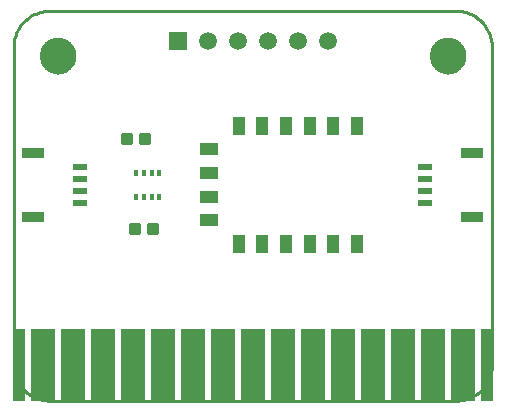
<source format=gts>
G75*
G70*
%OFA0B0*%
%FSLAX24Y24*%
%IPPOS*%
%LPD*%
%AMOC8*
5,1,8,0,0,1.08239X$1,22.5*
%
%ADD10C,0.0100*%
%ADD11R,0.0827X0.2402*%
%ADD12R,0.0434X0.2402*%
%ADD13C,0.0000*%
%ADD14C,0.1221*%
%ADD15R,0.0512X0.0237*%
%ADD16R,0.0749X0.0355*%
%ADD17R,0.0590X0.0590*%
%ADD18C,0.0590*%
%ADD19R,0.0434X0.0631*%
%ADD20R,0.0631X0.0434*%
%ADD21R,0.0178X0.0237*%
%ADD22C,0.0098*%
D10*
X000328Y001364D02*
X000328Y011956D01*
X000330Y012023D01*
X000336Y012090D01*
X000345Y012157D01*
X000358Y012223D01*
X000375Y012288D01*
X000395Y012352D01*
X000419Y012415D01*
X000447Y012477D01*
X000478Y012536D01*
X000512Y012594D01*
X000549Y012650D01*
X000590Y012704D01*
X000633Y012756D01*
X000679Y012805D01*
X000728Y012851D01*
X000780Y012894D01*
X000834Y012935D01*
X000890Y012972D01*
X000948Y013006D01*
X001007Y013037D01*
X001069Y013065D01*
X001132Y013089D01*
X001196Y013109D01*
X001261Y013126D01*
X001327Y013139D01*
X001394Y013148D01*
X001461Y013154D01*
X001528Y013156D01*
X015072Y013156D01*
X015139Y013154D01*
X015206Y013148D01*
X015273Y013139D01*
X015339Y013126D01*
X015404Y013109D01*
X015468Y013089D01*
X015531Y013065D01*
X015593Y013037D01*
X015652Y013006D01*
X015710Y012972D01*
X015766Y012935D01*
X015820Y012894D01*
X015872Y012851D01*
X015921Y012805D01*
X015967Y012756D01*
X016010Y012704D01*
X016051Y012650D01*
X016088Y012594D01*
X016122Y012536D01*
X016153Y012477D01*
X016181Y012415D01*
X016205Y012352D01*
X016225Y012288D01*
X016242Y012223D01*
X016255Y012157D01*
X016264Y012090D01*
X016270Y012023D01*
X016272Y011956D01*
X016272Y001364D01*
X016270Y001297D01*
X016264Y001230D01*
X016255Y001163D01*
X016242Y001097D01*
X016225Y001032D01*
X016205Y000968D01*
X016181Y000905D01*
X016153Y000843D01*
X016122Y000784D01*
X016088Y000726D01*
X016051Y000670D01*
X016010Y000616D01*
X015967Y000564D01*
X015921Y000515D01*
X015872Y000469D01*
X015820Y000426D01*
X015766Y000385D01*
X015710Y000348D01*
X015652Y000314D01*
X015593Y000283D01*
X015531Y000255D01*
X015468Y000231D01*
X015404Y000211D01*
X015339Y000194D01*
X015273Y000181D01*
X015206Y000172D01*
X015139Y000166D01*
X015072Y000164D01*
X001528Y000164D01*
X001461Y000166D01*
X001394Y000172D01*
X001327Y000181D01*
X001261Y000194D01*
X001196Y000211D01*
X001132Y000231D01*
X001069Y000255D01*
X001007Y000283D01*
X000948Y000314D01*
X000890Y000348D01*
X000834Y000385D01*
X000780Y000426D01*
X000728Y000469D01*
X000679Y000515D01*
X000633Y000564D01*
X000590Y000616D01*
X000549Y000670D01*
X000512Y000726D01*
X000478Y000784D01*
X000447Y000843D01*
X000419Y000905D01*
X000395Y000968D01*
X000375Y001032D01*
X000358Y001097D01*
X000345Y001163D01*
X000336Y001230D01*
X000330Y001297D01*
X000328Y001364D01*
D11*
X001300Y001348D03*
X002300Y001348D03*
X003300Y001348D03*
X004300Y001348D03*
X005300Y001348D03*
X006300Y001348D03*
X007300Y001348D03*
X008300Y001348D03*
X009300Y001348D03*
X010300Y001348D03*
X011300Y001348D03*
X012300Y001348D03*
X013300Y001348D03*
X014300Y001348D03*
X015300Y001348D03*
D12*
X016095Y001348D03*
X000505Y001348D03*
D13*
X001209Y011660D02*
X001211Y011708D01*
X001217Y011756D01*
X001227Y011803D01*
X001240Y011849D01*
X001258Y011894D01*
X001278Y011938D01*
X001303Y011980D01*
X001331Y012019D01*
X001361Y012056D01*
X001395Y012090D01*
X001432Y012122D01*
X001470Y012151D01*
X001511Y012176D01*
X001554Y012198D01*
X001599Y012216D01*
X001645Y012230D01*
X001692Y012241D01*
X001740Y012248D01*
X001788Y012251D01*
X001836Y012250D01*
X001884Y012245D01*
X001932Y012236D01*
X001978Y012224D01*
X002023Y012207D01*
X002067Y012187D01*
X002109Y012164D01*
X002149Y012137D01*
X002187Y012107D01*
X002222Y012074D01*
X002254Y012038D01*
X002284Y012000D01*
X002310Y011959D01*
X002332Y011916D01*
X002352Y011872D01*
X002367Y011827D01*
X002379Y011780D01*
X002387Y011732D01*
X002391Y011684D01*
X002391Y011636D01*
X002387Y011588D01*
X002379Y011540D01*
X002367Y011493D01*
X002352Y011448D01*
X002332Y011404D01*
X002310Y011361D01*
X002284Y011320D01*
X002254Y011282D01*
X002222Y011246D01*
X002187Y011213D01*
X002149Y011183D01*
X002109Y011156D01*
X002067Y011133D01*
X002023Y011113D01*
X001978Y011096D01*
X001932Y011084D01*
X001884Y011075D01*
X001836Y011070D01*
X001788Y011069D01*
X001740Y011072D01*
X001692Y011079D01*
X001645Y011090D01*
X001599Y011104D01*
X001554Y011122D01*
X001511Y011144D01*
X001470Y011169D01*
X001432Y011198D01*
X001395Y011230D01*
X001361Y011264D01*
X001331Y011301D01*
X001303Y011340D01*
X001278Y011382D01*
X001258Y011426D01*
X001240Y011471D01*
X001227Y011517D01*
X001217Y011564D01*
X001211Y011612D01*
X001209Y011660D01*
X014209Y011660D02*
X014211Y011708D01*
X014217Y011756D01*
X014227Y011803D01*
X014240Y011849D01*
X014258Y011894D01*
X014278Y011938D01*
X014303Y011980D01*
X014331Y012019D01*
X014361Y012056D01*
X014395Y012090D01*
X014432Y012122D01*
X014470Y012151D01*
X014511Y012176D01*
X014554Y012198D01*
X014599Y012216D01*
X014645Y012230D01*
X014692Y012241D01*
X014740Y012248D01*
X014788Y012251D01*
X014836Y012250D01*
X014884Y012245D01*
X014932Y012236D01*
X014978Y012224D01*
X015023Y012207D01*
X015067Y012187D01*
X015109Y012164D01*
X015149Y012137D01*
X015187Y012107D01*
X015222Y012074D01*
X015254Y012038D01*
X015284Y012000D01*
X015310Y011959D01*
X015332Y011916D01*
X015352Y011872D01*
X015367Y011827D01*
X015379Y011780D01*
X015387Y011732D01*
X015391Y011684D01*
X015391Y011636D01*
X015387Y011588D01*
X015379Y011540D01*
X015367Y011493D01*
X015352Y011448D01*
X015332Y011404D01*
X015310Y011361D01*
X015284Y011320D01*
X015254Y011282D01*
X015222Y011246D01*
X015187Y011213D01*
X015149Y011183D01*
X015109Y011156D01*
X015067Y011133D01*
X015023Y011113D01*
X014978Y011096D01*
X014932Y011084D01*
X014884Y011075D01*
X014836Y011070D01*
X014788Y011069D01*
X014740Y011072D01*
X014692Y011079D01*
X014645Y011090D01*
X014599Y011104D01*
X014554Y011122D01*
X014511Y011144D01*
X014470Y011169D01*
X014432Y011198D01*
X014395Y011230D01*
X014361Y011264D01*
X014331Y011301D01*
X014303Y011340D01*
X014278Y011382D01*
X014258Y011426D01*
X014240Y011471D01*
X014227Y011517D01*
X014217Y011564D01*
X014211Y011612D01*
X014209Y011660D01*
D14*
X014800Y011660D03*
X001800Y011660D03*
D15*
X002550Y007951D03*
X002550Y007557D03*
X002550Y007163D03*
X002550Y006769D03*
X014050Y006769D03*
X014050Y007163D03*
X014050Y007557D03*
X014050Y007951D03*
D16*
X015625Y008423D03*
X015625Y006297D03*
X000975Y006297D03*
X000975Y008423D03*
D17*
X005800Y012160D03*
D18*
X006800Y012160D03*
X007800Y012160D03*
X008800Y012160D03*
X009800Y012160D03*
X010800Y012160D03*
D19*
X010981Y009329D03*
X010194Y009329D03*
X009406Y009329D03*
X008619Y009329D03*
X007831Y009329D03*
X011769Y009329D03*
X011769Y005391D03*
X010981Y005391D03*
X010194Y005391D03*
X009406Y005391D03*
X008619Y005391D03*
X007831Y005391D03*
D20*
X006847Y006179D03*
X006847Y006966D03*
X006847Y007754D03*
X006847Y008541D03*
D21*
X005184Y007754D03*
X004928Y007754D03*
X004672Y007754D03*
X004416Y007754D03*
X004416Y006966D03*
X004672Y006966D03*
X004928Y006966D03*
X005184Y006966D03*
D22*
X005096Y006056D02*
X004804Y006056D01*
X005096Y006056D02*
X005096Y005764D01*
X004804Y005764D01*
X004804Y006056D01*
X004804Y005861D02*
X005096Y005861D01*
X005096Y005958D02*
X004804Y005958D01*
X004804Y006055D02*
X005096Y006055D01*
X004496Y006056D02*
X004204Y006056D01*
X004496Y006056D02*
X004496Y005764D01*
X004204Y005764D01*
X004204Y006056D01*
X004204Y005861D02*
X004496Y005861D01*
X004496Y005958D02*
X004204Y005958D01*
X004204Y006055D02*
X004496Y006055D01*
X004554Y009056D02*
X004846Y009056D01*
X004846Y008764D01*
X004554Y008764D01*
X004554Y009056D01*
X004554Y008861D02*
X004846Y008861D01*
X004846Y008958D02*
X004554Y008958D01*
X004554Y009055D02*
X004846Y009055D01*
X004246Y009056D02*
X003954Y009056D01*
X004246Y009056D02*
X004246Y008764D01*
X003954Y008764D01*
X003954Y009056D01*
X003954Y008861D02*
X004246Y008861D01*
X004246Y008958D02*
X003954Y008958D01*
X003954Y009055D02*
X004246Y009055D01*
M02*

</source>
